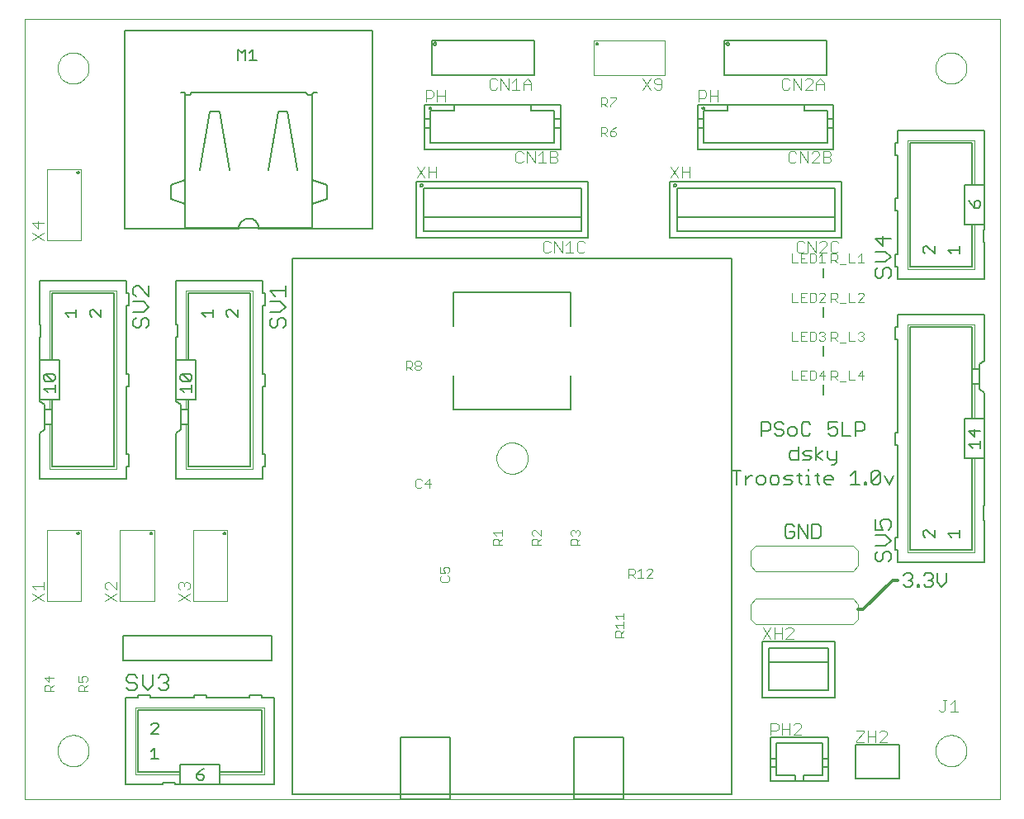
<source format=gto>
G75*
%MOIN*%
%OFA0B0*%
%FSLAX24Y24*%
%IPPOS*%
%LPD*%
%AMOC8*
5,1,8,0,0,1.08239X$1,22.5*
%
%ADD10C,0.0000*%
%ADD11C,0.0050*%
%ADD12C,0.0039*%
%ADD13C,0.0118*%
%ADD14C,0.0020*%
%ADD15C,0.0070*%
%ADD16C,0.0040*%
%ADD17C,0.0060*%
%ADD18C,0.0080*%
%ADD19C,0.0030*%
%ADD20C,0.0063*%
D10*
X000179Y000847D02*
X000179Y032343D01*
X039549Y032343D01*
X039549Y000847D01*
X000179Y000847D01*
X001517Y002816D02*
X001519Y002866D01*
X001525Y002916D01*
X001535Y002965D01*
X001549Y003013D01*
X001566Y003060D01*
X001587Y003105D01*
X001612Y003149D01*
X001640Y003190D01*
X001672Y003229D01*
X001706Y003266D01*
X001743Y003300D01*
X001783Y003330D01*
X001825Y003357D01*
X001869Y003381D01*
X001915Y003402D01*
X001962Y003418D01*
X002010Y003431D01*
X002060Y003440D01*
X002109Y003445D01*
X002160Y003446D01*
X002210Y003443D01*
X002259Y003436D01*
X002308Y003425D01*
X002356Y003410D01*
X002402Y003392D01*
X002447Y003370D01*
X002490Y003344D01*
X002531Y003315D01*
X002570Y003283D01*
X002606Y003248D01*
X002638Y003210D01*
X002668Y003170D01*
X002695Y003127D01*
X002718Y003083D01*
X002737Y003037D01*
X002753Y002989D01*
X002765Y002940D01*
X002773Y002891D01*
X002777Y002841D01*
X002777Y002791D01*
X002773Y002741D01*
X002765Y002692D01*
X002753Y002643D01*
X002737Y002595D01*
X002718Y002549D01*
X002695Y002505D01*
X002668Y002462D01*
X002638Y002422D01*
X002606Y002384D01*
X002570Y002349D01*
X002531Y002317D01*
X002490Y002288D01*
X002447Y002262D01*
X002402Y002240D01*
X002356Y002222D01*
X002308Y002207D01*
X002259Y002196D01*
X002210Y002189D01*
X002160Y002186D01*
X002109Y002187D01*
X002060Y002192D01*
X002010Y002201D01*
X001962Y002214D01*
X001915Y002230D01*
X001869Y002251D01*
X001825Y002275D01*
X001783Y002302D01*
X001743Y002332D01*
X001706Y002366D01*
X001672Y002403D01*
X001640Y002442D01*
X001612Y002483D01*
X001587Y002527D01*
X001566Y002572D01*
X001549Y002619D01*
X001535Y002667D01*
X001525Y002716D01*
X001519Y002766D01*
X001517Y002816D01*
X019234Y014627D02*
X019236Y014677D01*
X019242Y014727D01*
X019252Y014776D01*
X019266Y014824D01*
X019283Y014871D01*
X019304Y014916D01*
X019329Y014960D01*
X019357Y015001D01*
X019389Y015040D01*
X019423Y015077D01*
X019460Y015111D01*
X019500Y015141D01*
X019542Y015168D01*
X019586Y015192D01*
X019632Y015213D01*
X019679Y015229D01*
X019727Y015242D01*
X019777Y015251D01*
X019826Y015256D01*
X019877Y015257D01*
X019927Y015254D01*
X019976Y015247D01*
X020025Y015236D01*
X020073Y015221D01*
X020119Y015203D01*
X020164Y015181D01*
X020207Y015155D01*
X020248Y015126D01*
X020287Y015094D01*
X020323Y015059D01*
X020355Y015021D01*
X020385Y014981D01*
X020412Y014938D01*
X020435Y014894D01*
X020454Y014848D01*
X020470Y014800D01*
X020482Y014751D01*
X020490Y014702D01*
X020494Y014652D01*
X020494Y014602D01*
X020490Y014552D01*
X020482Y014503D01*
X020470Y014454D01*
X020454Y014406D01*
X020435Y014360D01*
X020412Y014316D01*
X020385Y014273D01*
X020355Y014233D01*
X020323Y014195D01*
X020287Y014160D01*
X020248Y014128D01*
X020207Y014099D01*
X020164Y014073D01*
X020119Y014051D01*
X020073Y014033D01*
X020025Y014018D01*
X019976Y014007D01*
X019927Y014000D01*
X019877Y013997D01*
X019826Y013998D01*
X019777Y014003D01*
X019727Y014012D01*
X019679Y014025D01*
X019632Y014041D01*
X019586Y014062D01*
X019542Y014086D01*
X019500Y014113D01*
X019460Y014143D01*
X019423Y014177D01*
X019389Y014214D01*
X019357Y014253D01*
X019329Y014294D01*
X019304Y014338D01*
X019283Y014383D01*
X019266Y014430D01*
X019252Y014478D01*
X019242Y014527D01*
X019236Y014577D01*
X019234Y014627D01*
X036950Y002816D02*
X036952Y002866D01*
X036958Y002916D01*
X036968Y002965D01*
X036982Y003013D01*
X036999Y003060D01*
X037020Y003105D01*
X037045Y003149D01*
X037073Y003190D01*
X037105Y003229D01*
X037139Y003266D01*
X037176Y003300D01*
X037216Y003330D01*
X037258Y003357D01*
X037302Y003381D01*
X037348Y003402D01*
X037395Y003418D01*
X037443Y003431D01*
X037493Y003440D01*
X037542Y003445D01*
X037593Y003446D01*
X037643Y003443D01*
X037692Y003436D01*
X037741Y003425D01*
X037789Y003410D01*
X037835Y003392D01*
X037880Y003370D01*
X037923Y003344D01*
X037964Y003315D01*
X038003Y003283D01*
X038039Y003248D01*
X038071Y003210D01*
X038101Y003170D01*
X038128Y003127D01*
X038151Y003083D01*
X038170Y003037D01*
X038186Y002989D01*
X038198Y002940D01*
X038206Y002891D01*
X038210Y002841D01*
X038210Y002791D01*
X038206Y002741D01*
X038198Y002692D01*
X038186Y002643D01*
X038170Y002595D01*
X038151Y002549D01*
X038128Y002505D01*
X038101Y002462D01*
X038071Y002422D01*
X038039Y002384D01*
X038003Y002349D01*
X037964Y002317D01*
X037923Y002288D01*
X037880Y002262D01*
X037835Y002240D01*
X037789Y002222D01*
X037741Y002207D01*
X037692Y002196D01*
X037643Y002189D01*
X037593Y002186D01*
X037542Y002187D01*
X037493Y002192D01*
X037443Y002201D01*
X037395Y002214D01*
X037348Y002230D01*
X037302Y002251D01*
X037258Y002275D01*
X037216Y002302D01*
X037176Y002332D01*
X037139Y002366D01*
X037105Y002403D01*
X037073Y002442D01*
X037045Y002483D01*
X037020Y002527D01*
X036999Y002572D01*
X036982Y002619D01*
X036968Y002667D01*
X036958Y002716D01*
X036952Y002766D01*
X036950Y002816D01*
X036950Y030375D02*
X036952Y030425D01*
X036958Y030475D01*
X036968Y030524D01*
X036982Y030572D01*
X036999Y030619D01*
X037020Y030664D01*
X037045Y030708D01*
X037073Y030749D01*
X037105Y030788D01*
X037139Y030825D01*
X037176Y030859D01*
X037216Y030889D01*
X037258Y030916D01*
X037302Y030940D01*
X037348Y030961D01*
X037395Y030977D01*
X037443Y030990D01*
X037493Y030999D01*
X037542Y031004D01*
X037593Y031005D01*
X037643Y031002D01*
X037692Y030995D01*
X037741Y030984D01*
X037789Y030969D01*
X037835Y030951D01*
X037880Y030929D01*
X037923Y030903D01*
X037964Y030874D01*
X038003Y030842D01*
X038039Y030807D01*
X038071Y030769D01*
X038101Y030729D01*
X038128Y030686D01*
X038151Y030642D01*
X038170Y030596D01*
X038186Y030548D01*
X038198Y030499D01*
X038206Y030450D01*
X038210Y030400D01*
X038210Y030350D01*
X038206Y030300D01*
X038198Y030251D01*
X038186Y030202D01*
X038170Y030154D01*
X038151Y030108D01*
X038128Y030064D01*
X038101Y030021D01*
X038071Y029981D01*
X038039Y029943D01*
X038003Y029908D01*
X037964Y029876D01*
X037923Y029847D01*
X037880Y029821D01*
X037835Y029799D01*
X037789Y029781D01*
X037741Y029766D01*
X037692Y029755D01*
X037643Y029748D01*
X037593Y029745D01*
X037542Y029746D01*
X037493Y029751D01*
X037443Y029760D01*
X037395Y029773D01*
X037348Y029789D01*
X037302Y029810D01*
X037258Y029834D01*
X037216Y029861D01*
X037176Y029891D01*
X037139Y029925D01*
X037105Y029962D01*
X037073Y030001D01*
X037045Y030042D01*
X037020Y030086D01*
X036999Y030131D01*
X036982Y030178D01*
X036968Y030226D01*
X036958Y030275D01*
X036952Y030325D01*
X036950Y030375D01*
X001517Y030375D02*
X001519Y030425D01*
X001525Y030475D01*
X001535Y030524D01*
X001549Y030572D01*
X001566Y030619D01*
X001587Y030664D01*
X001612Y030708D01*
X001640Y030749D01*
X001672Y030788D01*
X001706Y030825D01*
X001743Y030859D01*
X001783Y030889D01*
X001825Y030916D01*
X001869Y030940D01*
X001915Y030961D01*
X001962Y030977D01*
X002010Y030990D01*
X002060Y030999D01*
X002109Y031004D01*
X002160Y031005D01*
X002210Y031002D01*
X002259Y030995D01*
X002308Y030984D01*
X002356Y030969D01*
X002402Y030951D01*
X002447Y030929D01*
X002490Y030903D01*
X002531Y030874D01*
X002570Y030842D01*
X002606Y030807D01*
X002638Y030769D01*
X002668Y030729D01*
X002695Y030686D01*
X002718Y030642D01*
X002737Y030596D01*
X002753Y030548D01*
X002765Y030499D01*
X002773Y030450D01*
X002777Y030400D01*
X002777Y030350D01*
X002773Y030300D01*
X002765Y030251D01*
X002753Y030202D01*
X002737Y030154D01*
X002718Y030108D01*
X002695Y030064D01*
X002668Y030021D01*
X002638Y029981D01*
X002606Y029943D01*
X002570Y029908D01*
X002531Y029876D01*
X002490Y029847D01*
X002447Y029821D01*
X002402Y029799D01*
X002356Y029781D01*
X002308Y029766D01*
X002259Y029755D01*
X002210Y029748D01*
X002160Y029745D01*
X002109Y029746D01*
X002060Y029751D01*
X002010Y029760D01*
X001962Y029773D01*
X001915Y029789D01*
X001869Y029810D01*
X001825Y029834D01*
X001783Y029861D01*
X001743Y029891D01*
X001706Y029925D01*
X001672Y029962D01*
X001640Y030001D01*
X001612Y030042D01*
X001587Y030086D01*
X001566Y030131D01*
X001549Y030178D01*
X001535Y030226D01*
X001525Y030275D01*
X001519Y030325D01*
X001517Y030375D01*
D11*
X002305Y026162D02*
X002307Y026174D01*
X002312Y026185D01*
X002321Y026194D01*
X002332Y026199D01*
X002344Y026201D01*
X002356Y026199D01*
X002367Y026194D01*
X002376Y026185D01*
X002381Y026174D01*
X002383Y026162D01*
X002381Y026150D01*
X002376Y026139D01*
X002367Y026130D01*
X002356Y026125D01*
X002344Y026123D01*
X002332Y026125D01*
X002321Y026130D01*
X002312Y026139D01*
X002307Y026150D01*
X002305Y026162D01*
X000791Y021776D02*
X000791Y020026D01*
X000841Y020026D01*
X000841Y019526D01*
X000791Y019526D01*
X000791Y018576D01*
X001191Y018576D01*
X001291Y018576D01*
X001291Y021276D01*
X003791Y021276D01*
X003791Y014276D01*
X001291Y014276D01*
X001291Y015976D01*
X001291Y016576D01*
X001291Y016976D01*
X001191Y016976D01*
X000791Y016976D01*
X000791Y018576D01*
X001291Y018576D02*
X001591Y018576D01*
X001591Y016976D01*
X001291Y016976D01*
X001416Y017281D02*
X001416Y017581D01*
X001416Y017431D02*
X000966Y017431D01*
X001116Y017281D01*
X000791Y016976D02*
X000791Y016926D01*
X000991Y016776D01*
X000991Y016576D01*
X000991Y015976D01*
X001191Y015976D01*
X001291Y015976D01*
X000991Y015976D02*
X000991Y015776D01*
X000791Y015626D01*
X000791Y013776D01*
X004291Y013776D01*
X004291Y014276D01*
X004391Y014276D01*
X004391Y014776D01*
X004291Y014776D01*
X004291Y017526D01*
X004391Y017526D01*
X004391Y018026D01*
X004291Y018026D01*
X004291Y020776D01*
X004391Y020776D01*
X004391Y021276D01*
X004291Y021276D01*
X004291Y021776D01*
X000791Y021776D01*
X001816Y020491D02*
X002266Y020491D01*
X002266Y020341D02*
X002266Y020641D01*
X001966Y020341D02*
X001816Y020491D01*
X002816Y020416D02*
X002891Y020341D01*
X002816Y020416D02*
X002816Y020566D01*
X002891Y020641D01*
X002966Y020641D01*
X003266Y020341D01*
X003266Y020641D01*
X006303Y020026D02*
X006303Y021776D01*
X009803Y021776D01*
X009803Y021276D01*
X009903Y021276D01*
X009903Y020776D01*
X009803Y020776D01*
X009803Y018026D01*
X009903Y018026D01*
X009903Y017526D01*
X009803Y017526D01*
X009803Y014776D01*
X009903Y014776D01*
X009903Y014276D01*
X009803Y014276D01*
X009803Y013776D01*
X006303Y013776D01*
X006303Y015626D01*
X006503Y015776D01*
X006503Y015976D01*
X006503Y016576D01*
X006503Y016776D01*
X006303Y016926D01*
X006303Y016976D01*
X006703Y016976D01*
X006803Y016976D01*
X006803Y016576D01*
X006803Y015976D01*
X006703Y015976D01*
X006503Y015976D01*
X006803Y015976D02*
X006803Y014276D01*
X009303Y014276D01*
X009303Y021276D01*
X006803Y021276D01*
X006803Y018576D01*
X006703Y018576D01*
X006303Y018576D01*
X006303Y019526D01*
X006353Y019526D01*
X006353Y020026D01*
X006303Y020026D01*
X007327Y020491D02*
X007478Y020341D01*
X007327Y020491D02*
X007778Y020491D01*
X007778Y020341D02*
X007778Y020641D01*
X008327Y020566D02*
X008327Y020416D01*
X008402Y020341D01*
X008327Y020566D02*
X008402Y020641D01*
X008478Y020641D01*
X008778Y020341D01*
X008778Y020641D01*
X007103Y018576D02*
X006803Y018576D01*
X007103Y018576D02*
X007103Y016976D01*
X006803Y016976D01*
X006928Y017281D02*
X006928Y017581D01*
X006928Y017431D02*
X006477Y017431D01*
X006628Y017281D01*
X006303Y016976D02*
X006303Y018576D01*
X006552Y018041D02*
X006853Y017741D01*
X006928Y017816D01*
X006928Y017966D01*
X006853Y018041D01*
X006552Y018041D01*
X006477Y017966D01*
X006477Y017816D01*
X006552Y017741D01*
X006853Y017741D01*
X006803Y016576D02*
X006703Y016576D01*
X006503Y016576D01*
X001291Y016576D02*
X001191Y016576D01*
X000991Y016576D01*
X001041Y017741D02*
X000966Y017816D01*
X000966Y017966D01*
X001041Y018041D01*
X001341Y017741D01*
X001416Y017816D01*
X001416Y017966D01*
X001341Y018041D01*
X001041Y018041D01*
X001041Y017741D02*
X001341Y017741D01*
X002305Y011595D02*
X002307Y011607D01*
X002312Y011618D01*
X002321Y011627D01*
X002332Y011632D01*
X002344Y011634D01*
X002356Y011632D01*
X002367Y011627D01*
X002376Y011618D01*
X002381Y011607D01*
X002383Y011595D01*
X002381Y011583D01*
X002376Y011572D01*
X002367Y011563D01*
X002356Y011558D01*
X002344Y011556D01*
X002332Y011558D01*
X002321Y011563D01*
X002312Y011572D01*
X002307Y011583D01*
X002305Y011595D01*
X005258Y011595D02*
X005260Y011607D01*
X005265Y011618D01*
X005274Y011627D01*
X005285Y011632D01*
X005297Y011634D01*
X005309Y011632D01*
X005320Y011627D01*
X005329Y011618D01*
X005334Y011607D01*
X005336Y011595D01*
X005334Y011583D01*
X005329Y011572D01*
X005320Y011563D01*
X005309Y011558D01*
X005297Y011556D01*
X005285Y011558D01*
X005274Y011563D01*
X005265Y011572D01*
X005260Y011583D01*
X005258Y011595D01*
X008211Y011595D02*
X008213Y011607D01*
X008218Y011618D01*
X008227Y011627D01*
X008238Y011632D01*
X008250Y011634D01*
X008262Y011632D01*
X008273Y011627D01*
X008282Y011618D01*
X008287Y011607D01*
X008289Y011595D01*
X008287Y011583D01*
X008282Y011572D01*
X008273Y011563D01*
X008262Y011558D01*
X008250Y011556D01*
X008238Y011558D01*
X008227Y011563D01*
X008218Y011572D01*
X008213Y011583D01*
X008211Y011595D01*
X010175Y007450D02*
X004175Y007450D01*
X004175Y006450D01*
X010175Y006450D01*
X010175Y007450D01*
X009765Y005059D02*
X009265Y005059D01*
X009265Y004959D01*
X007515Y004959D01*
X007515Y005059D01*
X007015Y005059D01*
X007015Y004959D01*
X005265Y004959D01*
X005265Y005059D01*
X004765Y005059D01*
X004765Y004959D01*
X004265Y004959D01*
X004265Y001459D01*
X005765Y001459D01*
X005765Y001509D01*
X006265Y001509D01*
X006265Y001459D01*
X006465Y001459D01*
X006465Y001859D01*
X006465Y001959D01*
X004765Y001959D01*
X004765Y004459D01*
X009765Y004459D01*
X009765Y001959D01*
X008065Y001959D01*
X008065Y001859D01*
X008065Y001459D01*
X006465Y001459D01*
X007140Y001710D02*
X007215Y001634D01*
X007366Y001634D01*
X007441Y001710D01*
X007441Y001785D01*
X007366Y001860D01*
X007140Y001860D01*
X007140Y001710D01*
X007140Y001860D02*
X007290Y002010D01*
X007441Y002085D01*
X008065Y001959D02*
X008065Y002259D01*
X006465Y002259D01*
X006465Y001959D01*
X005591Y002484D02*
X005290Y002484D01*
X005440Y002484D02*
X005440Y002935D01*
X005290Y002785D01*
X005290Y003484D02*
X005591Y003785D01*
X005591Y003860D01*
X005516Y003935D01*
X005365Y003935D01*
X005290Y003860D01*
X005290Y003484D02*
X005591Y003484D01*
X008065Y001459D02*
X010265Y001459D01*
X010265Y004959D01*
X009765Y004959D01*
X009765Y005059D01*
X011006Y001044D02*
X011006Y022698D01*
X028722Y022698D01*
X028722Y001044D01*
X011006Y001044D01*
X015364Y000871D02*
X015364Y003371D01*
X017364Y003371D01*
X017364Y000871D01*
X015364Y000871D01*
X022364Y000871D02*
X022364Y003371D01*
X024364Y003371D01*
X024364Y000871D01*
X022364Y000871D01*
X029964Y004972D02*
X029964Y007236D01*
X032893Y007236D01*
X032893Y004972D01*
X029964Y004972D01*
X030240Y005248D02*
X030240Y006397D01*
X032618Y006397D01*
X032618Y005248D01*
X030240Y005248D01*
X030240Y006397D02*
X030240Y006960D01*
X032618Y006960D01*
X032618Y006397D01*
X032630Y003368D02*
X030307Y003368D01*
X030307Y002502D01*
X030543Y002502D01*
X030543Y002147D01*
X030307Y002147D01*
X030307Y001596D01*
X031311Y001596D01*
X031311Y001832D01*
X030543Y001832D01*
X030543Y002147D01*
X030307Y002147D02*
X030307Y002502D01*
X030543Y002502D02*
X030543Y003131D01*
X032394Y003131D01*
X032394Y002502D01*
X032630Y002502D01*
X032630Y002147D01*
X032394Y002147D01*
X032394Y001832D01*
X031626Y001832D01*
X031626Y001596D01*
X032630Y001596D01*
X032630Y002147D01*
X032394Y002147D02*
X032394Y002502D01*
X032630Y002502D02*
X032630Y003368D01*
X033738Y003063D02*
X035510Y003063D01*
X035510Y001685D01*
X033738Y001685D01*
X033738Y003063D01*
X031626Y001596D02*
X031311Y001596D01*
X035760Y009435D02*
X035669Y009525D01*
X035760Y009435D02*
X035940Y009435D01*
X036030Y009525D01*
X036030Y009616D01*
X035940Y009706D01*
X035850Y009706D01*
X035940Y009706D02*
X036030Y009796D01*
X036030Y009886D01*
X035940Y009976D01*
X035760Y009976D01*
X035669Y009886D01*
X036213Y009525D02*
X036303Y009525D01*
X036303Y009435D01*
X036213Y009435D01*
X036213Y009525D01*
X036485Y009525D02*
X036575Y009435D01*
X036756Y009435D01*
X036846Y009525D01*
X036846Y009616D01*
X036756Y009706D01*
X036665Y009706D01*
X036756Y009706D02*
X036846Y009796D01*
X036846Y009886D01*
X036756Y009976D01*
X036575Y009976D01*
X036485Y009886D01*
X037029Y009976D02*
X037029Y009616D01*
X037209Y009435D01*
X037390Y009616D01*
X037390Y009976D01*
X038437Y010914D02*
X035937Y010914D01*
X035937Y019914D01*
X038437Y019914D01*
X038437Y018214D01*
X038437Y017614D01*
X038437Y016214D01*
X038537Y016214D01*
X038937Y016214D01*
X038937Y014614D01*
X038937Y012714D01*
X038887Y012714D01*
X038887Y012114D01*
X038937Y012114D01*
X038937Y010414D01*
X035437Y010414D01*
X035437Y010914D01*
X035337Y010914D01*
X035337Y011414D01*
X035437Y011414D01*
X035437Y015164D01*
X035337Y015164D01*
X035337Y015664D01*
X035437Y015664D01*
X035437Y019414D01*
X035337Y019414D01*
X035337Y019914D01*
X035437Y019914D01*
X035437Y020414D01*
X038937Y020414D01*
X038937Y018564D01*
X038737Y018414D01*
X038737Y018214D01*
X038737Y017614D01*
X038737Y017414D01*
X038937Y017264D01*
X038937Y016214D01*
X038437Y016214D02*
X038137Y016214D01*
X038137Y014614D01*
X038437Y014614D01*
X038537Y014614D01*
X038937Y014614D01*
X038437Y014614D02*
X038437Y010914D01*
X037912Y011439D02*
X037912Y011739D01*
X037912Y011589D02*
X037461Y011589D01*
X037611Y011439D01*
X036912Y011439D02*
X036611Y011739D01*
X036536Y011739D01*
X036461Y011664D01*
X036461Y011514D01*
X036536Y011439D01*
X036912Y011439D02*
X036912Y011739D01*
X035083Y013569D02*
X035264Y013930D01*
X034903Y013930D02*
X035083Y013569D01*
X034720Y013659D02*
X034630Y013569D01*
X034449Y013569D01*
X034359Y013659D01*
X034720Y014020D01*
X034720Y013659D01*
X034359Y013659D02*
X034359Y014020D01*
X034449Y014110D01*
X034630Y014110D01*
X034720Y014020D01*
X034177Y013659D02*
X034177Y013569D01*
X034087Y013569D01*
X034087Y013659D01*
X034177Y013659D01*
X033904Y013569D02*
X033544Y013569D01*
X033724Y013569D02*
X033724Y014110D01*
X033544Y013930D01*
X032817Y013840D02*
X032817Y013749D01*
X032456Y013749D01*
X032456Y013659D02*
X032456Y013840D01*
X032546Y013930D01*
X032727Y013930D01*
X032817Y013840D01*
X032727Y013569D02*
X032546Y013569D01*
X032456Y013659D01*
X032274Y013569D02*
X032184Y013659D01*
X032184Y014020D01*
X032093Y013930D02*
X032274Y013930D01*
X031821Y013930D02*
X031821Y013569D01*
X031731Y013569D02*
X031911Y013569D01*
X031549Y013569D02*
X031459Y013659D01*
X031459Y014020D01*
X031368Y013930D02*
X031549Y013930D01*
X031731Y013930D02*
X031821Y013930D01*
X031821Y014110D02*
X031821Y014200D01*
X031866Y014553D02*
X031595Y014553D01*
X031412Y014553D02*
X031141Y014553D01*
X031051Y014644D01*
X031051Y014824D01*
X031141Y014914D01*
X031412Y014914D01*
X031412Y015094D02*
X031412Y014553D01*
X031595Y014824D02*
X031685Y014914D01*
X031956Y014914D01*
X031866Y014734D02*
X031685Y014734D01*
X031595Y014824D01*
X031866Y014734D02*
X031956Y014644D01*
X031866Y014553D01*
X032139Y014553D02*
X032139Y015094D01*
X032409Y014914D02*
X032139Y014734D01*
X032409Y014553D01*
X032592Y014644D02*
X032682Y014553D01*
X032953Y014553D01*
X032953Y014463D02*
X032862Y014373D01*
X032772Y014373D01*
X032953Y014463D02*
X032953Y014914D01*
X032592Y014914D02*
X032592Y014644D01*
X032727Y015538D02*
X032637Y015628D01*
X032727Y015538D02*
X032908Y015538D01*
X032998Y015628D01*
X032998Y015808D01*
X032908Y015898D01*
X032818Y015898D01*
X032637Y015808D01*
X032637Y016079D01*
X032998Y016079D01*
X033181Y016079D02*
X033181Y015538D01*
X033542Y015538D01*
X033725Y015538D02*
X033725Y016079D01*
X033995Y016079D01*
X034085Y015988D01*
X034085Y015808D01*
X033995Y015718D01*
X033725Y015718D01*
X031910Y015628D02*
X031820Y015538D01*
X031640Y015538D01*
X031550Y015628D01*
X031550Y015988D01*
X031640Y016079D01*
X031820Y016079D01*
X031910Y015988D01*
X031367Y015808D02*
X031276Y015898D01*
X031096Y015898D01*
X031006Y015808D01*
X031006Y015628D01*
X031096Y015538D01*
X031276Y015538D01*
X031367Y015628D01*
X031367Y015808D01*
X030823Y015718D02*
X030823Y015628D01*
X030733Y015538D01*
X030552Y015538D01*
X030462Y015628D01*
X030552Y015808D02*
X030733Y015808D01*
X030823Y015718D01*
X030823Y015988D02*
X030733Y016079D01*
X030552Y016079D01*
X030462Y015988D01*
X030462Y015898D01*
X030552Y015808D01*
X030279Y015808D02*
X030189Y015718D01*
X029918Y015718D01*
X029918Y015538D02*
X029918Y016079D01*
X030189Y016079D01*
X030279Y015988D01*
X030279Y015808D01*
X029101Y014110D02*
X028740Y014110D01*
X028921Y014110D02*
X028921Y013569D01*
X029284Y013569D02*
X029284Y013930D01*
X029464Y013930D02*
X029284Y013749D01*
X029464Y013930D02*
X029555Y013930D01*
X029737Y013840D02*
X029737Y013659D01*
X029827Y013569D01*
X030008Y013569D01*
X030098Y013659D01*
X030098Y013840D01*
X030008Y013930D01*
X029827Y013930D01*
X029737Y013840D01*
X030281Y013840D02*
X030281Y013659D01*
X030371Y013569D01*
X030551Y013569D01*
X030642Y013659D01*
X030642Y013840D01*
X030551Y013930D01*
X030371Y013930D01*
X030281Y013840D01*
X030825Y013840D02*
X030915Y013930D01*
X031185Y013930D01*
X031095Y013749D02*
X030915Y013749D01*
X030825Y013840D01*
X030825Y013569D02*
X031095Y013569D01*
X031185Y013659D01*
X031095Y013749D01*
X031155Y011945D02*
X030974Y011945D01*
X030884Y011855D01*
X030884Y011494D01*
X030974Y011404D01*
X031155Y011404D01*
X031245Y011494D01*
X031245Y011674D01*
X031064Y011674D01*
X031245Y011855D02*
X031155Y011945D01*
X031428Y011945D02*
X031789Y011404D01*
X031789Y011945D01*
X031972Y011945D02*
X031972Y011404D01*
X032242Y011404D01*
X032332Y011494D01*
X032332Y011855D01*
X032242Y011945D01*
X031972Y011945D01*
X031428Y011945D02*
X031428Y011404D01*
X038311Y015189D02*
X038762Y015189D01*
X038762Y015039D02*
X038762Y015339D01*
X038536Y015500D02*
X038536Y015800D01*
X038311Y015725D02*
X038536Y015500D01*
X038762Y015725D02*
X038311Y015725D01*
X038311Y015189D02*
X038461Y015039D01*
X038437Y017614D02*
X038537Y017614D01*
X038737Y017614D01*
X038737Y018214D02*
X038537Y018214D01*
X038437Y018214D01*
X038937Y021863D02*
X035437Y021863D01*
X035437Y022363D01*
X035337Y022363D01*
X035337Y022863D01*
X035437Y022863D01*
X035437Y024613D01*
X035337Y024613D01*
X035337Y025113D01*
X035437Y025113D01*
X035437Y026863D01*
X035337Y026863D01*
X035337Y027363D01*
X035437Y027363D01*
X035437Y027863D01*
X038937Y027863D01*
X038937Y025663D01*
X038537Y025663D01*
X038437Y025663D01*
X038437Y027363D01*
X035937Y027363D01*
X035937Y022363D01*
X038437Y022363D01*
X038437Y024063D01*
X038537Y024063D01*
X038937Y024063D01*
X038937Y023863D01*
X038887Y023863D01*
X038887Y023363D01*
X038937Y023363D01*
X038937Y021863D01*
X037912Y022888D02*
X037912Y023188D01*
X037912Y023038D02*
X037461Y023038D01*
X037611Y022888D01*
X036912Y022888D02*
X036611Y023188D01*
X036536Y023188D01*
X036461Y023113D01*
X036461Y022963D01*
X036536Y022888D01*
X036912Y022888D02*
X036912Y023188D01*
X038137Y024063D02*
X038437Y024063D01*
X038137Y024063D02*
X038137Y025663D01*
X038437Y025663D01*
X038937Y025663D02*
X038937Y024063D01*
X038687Y024738D02*
X038536Y024738D01*
X038536Y024963D01*
X038611Y025038D01*
X038687Y025038D01*
X038762Y024963D01*
X038762Y024813D01*
X038687Y024738D01*
X038536Y024738D02*
X038386Y024888D01*
X038311Y025038D01*
X033171Y025788D02*
X033171Y023524D01*
X026242Y023524D01*
X026242Y025788D01*
X033171Y025788D01*
X032895Y025513D02*
X032895Y024363D01*
X026517Y024363D01*
X026517Y025513D01*
X032895Y025513D01*
X032895Y024363D02*
X032895Y023800D01*
X026517Y023800D01*
X026517Y024363D01*
X026383Y025650D02*
X026385Y025664D01*
X026391Y025678D01*
X026399Y025690D01*
X026411Y025698D01*
X026425Y025704D01*
X026439Y025706D01*
X026453Y025704D01*
X026467Y025698D01*
X026479Y025690D01*
X026487Y025678D01*
X026493Y025664D01*
X026495Y025650D01*
X026493Y025636D01*
X026487Y025622D01*
X026479Y025610D01*
X026467Y025602D01*
X026453Y025596D01*
X026439Y025594D01*
X026425Y025596D01*
X026411Y025602D01*
X026399Y025610D01*
X026391Y025622D01*
X026385Y025636D01*
X026383Y025650D01*
X027364Y027107D02*
X027364Y027973D01*
X027600Y027973D01*
X027600Y028328D01*
X027364Y028328D01*
X027364Y028879D01*
X028545Y028879D01*
X028545Y028643D01*
X027600Y028643D01*
X027600Y028328D01*
X027364Y028328D02*
X027364Y027973D01*
X027600Y027973D02*
X027600Y027343D01*
X032600Y027343D01*
X032600Y027973D01*
X032836Y027973D01*
X032836Y028328D01*
X032600Y028328D01*
X032600Y028643D01*
X031655Y028643D01*
X031655Y028879D01*
X028545Y028879D01*
X027541Y028761D02*
X027543Y028773D01*
X027548Y028784D01*
X027557Y028793D01*
X027568Y028798D01*
X027580Y028800D01*
X027592Y028798D01*
X027603Y028793D01*
X027612Y028784D01*
X027617Y028773D01*
X027619Y028761D01*
X027617Y028749D01*
X027612Y028738D01*
X027603Y028729D01*
X027592Y028724D01*
X027580Y028722D01*
X027568Y028724D01*
X027557Y028729D01*
X027548Y028738D01*
X027543Y028749D01*
X027541Y028761D01*
X028427Y030099D02*
X028427Y031477D01*
X032561Y031477D01*
X032561Y030099D01*
X028427Y030099D01*
X028509Y031359D02*
X028511Y031373D01*
X028517Y031387D01*
X028525Y031399D01*
X028537Y031407D01*
X028551Y031413D01*
X028565Y031415D01*
X028579Y031413D01*
X028593Y031407D01*
X028605Y031399D01*
X028613Y031387D01*
X028619Y031373D01*
X028621Y031359D01*
X028619Y031345D01*
X028613Y031331D01*
X028605Y031319D01*
X028593Y031311D01*
X028579Y031305D01*
X028565Y031303D01*
X028551Y031305D01*
X028537Y031311D01*
X028525Y031319D01*
X028517Y031331D01*
X028511Y031345D01*
X028509Y031359D01*
X031655Y028879D02*
X032836Y028879D01*
X032836Y028328D01*
X032600Y028328D02*
X032600Y027973D01*
X032836Y027973D02*
X032836Y027107D01*
X027364Y027107D01*
X022935Y025788D02*
X022935Y023524D01*
X016006Y023524D01*
X016006Y025788D01*
X022935Y025788D01*
X022659Y025513D02*
X022659Y024363D01*
X016281Y024363D01*
X016281Y025513D01*
X022659Y025513D01*
X022659Y024363D02*
X022659Y023800D01*
X016281Y023800D01*
X016281Y024363D01*
X016146Y025650D02*
X016148Y025664D01*
X016154Y025678D01*
X016162Y025690D01*
X016174Y025698D01*
X016188Y025704D01*
X016202Y025706D01*
X016216Y025704D01*
X016230Y025698D01*
X016242Y025690D01*
X016250Y025678D01*
X016256Y025664D01*
X016258Y025650D01*
X016256Y025636D01*
X016250Y025622D01*
X016242Y025610D01*
X016230Y025602D01*
X016216Y025596D01*
X016202Y025594D01*
X016188Y025596D01*
X016174Y025602D01*
X016162Y025610D01*
X016154Y025622D01*
X016148Y025636D01*
X016146Y025650D01*
X016340Y027107D02*
X016340Y027973D01*
X016576Y027973D01*
X016576Y028328D01*
X016340Y028328D01*
X016340Y028879D01*
X017521Y028879D01*
X017521Y028643D01*
X016576Y028643D01*
X016576Y028328D01*
X016340Y028328D02*
X016340Y027973D01*
X016576Y027973D02*
X016576Y027343D01*
X021576Y027343D01*
X021576Y027973D01*
X021813Y027973D01*
X021813Y028328D01*
X021576Y028328D01*
X021576Y028643D01*
X020631Y028643D01*
X020631Y028879D01*
X017521Y028879D01*
X016518Y028761D02*
X016520Y028773D01*
X016525Y028784D01*
X016534Y028793D01*
X016545Y028798D01*
X016557Y028800D01*
X016569Y028798D01*
X016580Y028793D01*
X016589Y028784D01*
X016594Y028773D01*
X016596Y028761D01*
X016594Y028749D01*
X016589Y028738D01*
X016580Y028729D01*
X016569Y028724D01*
X016557Y028722D01*
X016545Y028724D01*
X016534Y028729D01*
X016525Y028738D01*
X016520Y028749D01*
X016518Y028761D01*
X016616Y030099D02*
X016616Y031477D01*
X020750Y031477D01*
X020750Y030099D01*
X016616Y030099D01*
X016698Y031359D02*
X016700Y031373D01*
X016706Y031387D01*
X016714Y031399D01*
X016726Y031407D01*
X016740Y031413D01*
X016754Y031415D01*
X016768Y031413D01*
X016782Y031407D01*
X016794Y031399D01*
X016802Y031387D01*
X016808Y031373D01*
X016810Y031359D01*
X016808Y031345D01*
X016802Y031331D01*
X016794Y031319D01*
X016782Y031311D01*
X016768Y031305D01*
X016754Y031303D01*
X016740Y031305D01*
X016726Y031311D01*
X016714Y031319D01*
X016706Y031331D01*
X016700Y031345D01*
X016698Y031359D01*
X020631Y028879D02*
X021813Y028879D01*
X021813Y028328D01*
X021576Y028328D02*
X021576Y027973D01*
X021813Y027973D02*
X021813Y027107D01*
X016340Y027107D01*
X009559Y030681D02*
X009259Y030681D01*
X009409Y030681D02*
X009409Y031132D01*
X009259Y030982D01*
X009099Y031132D02*
X009099Y030681D01*
X008798Y030681D02*
X008798Y031132D01*
X008949Y030982D01*
X009099Y031132D01*
X017502Y021320D02*
X022226Y021320D01*
X022226Y019942D01*
X022226Y017973D02*
X022226Y016595D01*
X017502Y016595D01*
X017502Y017973D01*
X017502Y019942D02*
X017502Y021320D01*
X023250Y031359D02*
X023252Y031371D01*
X023257Y031382D01*
X023266Y031391D01*
X023277Y031396D01*
X023289Y031398D01*
X023301Y031396D01*
X023312Y031391D01*
X023321Y031382D01*
X023326Y031371D01*
X023328Y031359D01*
X023326Y031347D01*
X023321Y031336D01*
X023312Y031327D01*
X023301Y031322D01*
X023289Y031320D01*
X023277Y031322D01*
X023266Y031327D01*
X023257Y031336D01*
X023252Y031347D01*
X023250Y031359D01*
D12*
X023151Y031477D02*
X026025Y031477D01*
X026025Y030099D01*
X023151Y030099D01*
X023151Y031477D01*
X002462Y026300D02*
X002462Y023426D01*
X001084Y023426D01*
X001084Y026300D01*
X002462Y026300D01*
X002462Y011733D02*
X001084Y011733D01*
X001084Y008859D01*
X002462Y008859D01*
X002462Y011733D01*
X004037Y011733D02*
X005415Y011733D01*
X005415Y008859D01*
X004037Y008859D01*
X004037Y011733D01*
X006990Y011733D02*
X008368Y011733D01*
X008368Y008859D01*
X006990Y008859D01*
X006990Y011733D01*
X029509Y010887D02*
X029509Y010296D01*
X029706Y010060D01*
X033643Y010060D01*
X033840Y010296D01*
X033840Y010887D01*
X033643Y011083D01*
X029706Y011083D01*
X029509Y010887D01*
X029706Y008957D02*
X033643Y008957D01*
X033840Y008721D01*
X033840Y008524D01*
X033840Y008131D01*
X033643Y007934D01*
X029706Y007934D01*
X029509Y008131D01*
X029509Y008721D01*
X029706Y008957D01*
D13*
X033840Y008524D02*
X034037Y008524D01*
X035218Y009706D01*
X035415Y009706D01*
D14*
X035837Y010814D02*
X038537Y010814D01*
X038537Y014614D01*
X038537Y016214D02*
X038537Y017614D01*
X038537Y018214D02*
X038537Y020014D01*
X035837Y020014D01*
X035837Y010814D01*
X035837Y022263D02*
X038537Y022263D01*
X038537Y024063D01*
X038537Y025663D02*
X038537Y027463D01*
X035837Y027463D01*
X035837Y022263D01*
X009865Y004559D02*
X009865Y001859D01*
X008065Y001859D01*
X006465Y001859D02*
X004665Y001859D01*
X004665Y004559D01*
X009865Y004559D01*
X009403Y014176D02*
X006703Y014176D01*
X006703Y015976D01*
X006703Y016576D02*
X006703Y016976D01*
X006703Y018576D02*
X006703Y021376D01*
X009403Y021376D01*
X009403Y014176D01*
X003891Y014176D02*
X003891Y021376D01*
X001191Y021376D01*
X001191Y018576D01*
X001191Y016976D02*
X001191Y016576D01*
X001191Y015976D02*
X001191Y014176D01*
X003891Y014176D01*
D15*
X004680Y019878D02*
X004786Y019878D01*
X004891Y019983D01*
X004891Y020193D01*
X004996Y020298D01*
X005101Y020298D01*
X005206Y020193D01*
X005206Y019983D01*
X005101Y019878D01*
X004680Y019878D02*
X004575Y019983D01*
X004575Y020193D01*
X004680Y020298D01*
X004575Y020522D02*
X004996Y020522D01*
X005206Y020732D01*
X004996Y020943D01*
X004575Y020943D01*
X004680Y021167D02*
X004575Y021272D01*
X004575Y021482D01*
X004680Y021587D01*
X004786Y021587D01*
X005206Y021167D01*
X005206Y021587D01*
X010087Y021377D02*
X010718Y021377D01*
X010718Y021167D02*
X010718Y021587D01*
X010297Y021167D02*
X010087Y021377D01*
X010087Y020943D02*
X010508Y020943D01*
X010718Y020732D01*
X010508Y020522D01*
X010087Y020522D01*
X010192Y020298D02*
X010087Y020193D01*
X010087Y019983D01*
X010192Y019878D01*
X010297Y019878D01*
X010402Y019983D01*
X010402Y020193D01*
X010508Y020298D01*
X010613Y020298D01*
X010718Y020193D01*
X010718Y019983D01*
X010613Y019878D01*
X005905Y005875D02*
X006010Y005770D01*
X006010Y005665D01*
X005905Y005560D01*
X006010Y005455D01*
X006010Y005350D01*
X005905Y005244D01*
X005695Y005244D01*
X005589Y005350D01*
X005365Y005455D02*
X005365Y005875D01*
X005589Y005770D02*
X005695Y005875D01*
X005905Y005875D01*
X005905Y005560D02*
X005800Y005560D01*
X005365Y005455D02*
X005155Y005244D01*
X004945Y005455D01*
X004945Y005875D01*
X004721Y005770D02*
X004616Y005875D01*
X004405Y005875D01*
X004300Y005770D01*
X004300Y005665D01*
X004405Y005560D01*
X004616Y005560D01*
X004721Y005455D01*
X004721Y005350D01*
X004616Y005244D01*
X004405Y005244D01*
X004300Y005350D01*
X034521Y010554D02*
X034626Y010449D01*
X034731Y010449D01*
X034836Y010554D01*
X034836Y010764D01*
X034941Y010870D01*
X035047Y010870D01*
X035152Y010764D01*
X035152Y010554D01*
X035047Y010449D01*
X034521Y010554D02*
X034521Y010764D01*
X034626Y010870D01*
X034521Y011094D02*
X034941Y011094D01*
X035152Y011304D01*
X034941Y011514D01*
X034521Y011514D01*
X034521Y011738D02*
X034836Y011738D01*
X034731Y011948D01*
X034731Y012054D01*
X034836Y012159D01*
X035047Y012159D01*
X035152Y012054D01*
X035152Y011843D01*
X035047Y011738D01*
X034521Y011738D02*
X034521Y012159D01*
X034626Y021898D02*
X034731Y021898D01*
X034836Y022003D01*
X034836Y022213D01*
X034941Y022318D01*
X035047Y022318D01*
X035152Y022213D01*
X035152Y022003D01*
X035047Y021898D01*
X034626Y021898D02*
X034521Y022003D01*
X034521Y022213D01*
X034626Y022318D01*
X034521Y022543D02*
X034941Y022543D01*
X035152Y022753D01*
X034941Y022963D01*
X034521Y022963D01*
X034836Y023187D02*
X034836Y023607D01*
X034521Y023502D02*
X034836Y023187D01*
X034521Y023502D02*
X035152Y023502D01*
D16*
X033037Y023310D02*
X032961Y023387D01*
X032807Y023387D01*
X032730Y023310D01*
X032730Y023003D01*
X032807Y022926D01*
X032961Y022926D01*
X033037Y023003D01*
X032577Y022926D02*
X032270Y022926D01*
X032577Y023233D01*
X032577Y023310D01*
X032500Y023387D01*
X032347Y023387D01*
X032270Y023310D01*
X032117Y023387D02*
X032117Y022926D01*
X031810Y023387D01*
X031810Y022926D01*
X031656Y023003D02*
X031579Y022926D01*
X031426Y022926D01*
X031349Y023003D01*
X031349Y023310D01*
X031426Y023387D01*
X031579Y023387D01*
X031656Y023310D01*
X031802Y026548D02*
X031802Y027009D01*
X031955Y026932D02*
X032032Y027009D01*
X032185Y027009D01*
X032262Y026932D01*
X032262Y026855D01*
X031955Y026548D01*
X032262Y026548D01*
X032416Y026548D02*
X032646Y026548D01*
X032722Y026625D01*
X032722Y026702D01*
X032646Y026779D01*
X032416Y026779D01*
X032416Y027009D02*
X032416Y026548D01*
X032646Y026779D02*
X032722Y026855D01*
X032722Y026932D01*
X032646Y027009D01*
X032416Y027009D01*
X031802Y026548D02*
X031495Y027009D01*
X031495Y026548D01*
X031341Y026625D02*
X031265Y026548D01*
X031111Y026548D01*
X031034Y026625D01*
X031034Y026932D01*
X031111Y027009D01*
X031265Y027009D01*
X031341Y026932D01*
X031219Y029501D02*
X031219Y029961D01*
X031526Y029501D01*
X031526Y029961D01*
X031680Y029885D02*
X031756Y029961D01*
X031910Y029961D01*
X031986Y029885D01*
X031986Y029808D01*
X031680Y029501D01*
X031986Y029501D01*
X032140Y029501D02*
X032140Y029808D01*
X032293Y029961D01*
X032447Y029808D01*
X032447Y029501D01*
X032447Y029731D02*
X032140Y029731D01*
X031066Y029578D02*
X030989Y029501D01*
X030835Y029501D01*
X030759Y029578D01*
X030759Y029885D01*
X030835Y029961D01*
X030989Y029961D01*
X031066Y029885D01*
X028171Y029477D02*
X028171Y029017D01*
X028171Y029247D02*
X027864Y029247D01*
X027710Y029247D02*
X027710Y029401D01*
X027634Y029477D01*
X027403Y029477D01*
X027403Y029017D01*
X027403Y029170D02*
X027634Y029170D01*
X027710Y029247D01*
X027864Y029017D02*
X027864Y029477D01*
X025911Y029578D02*
X025911Y029885D01*
X025835Y029961D01*
X025681Y029961D01*
X025604Y029885D01*
X025604Y029808D01*
X025681Y029731D01*
X025911Y029731D01*
X025911Y029578D02*
X025835Y029501D01*
X025681Y029501D01*
X025604Y029578D01*
X025451Y029501D02*
X025144Y029961D01*
X025451Y029961D02*
X025144Y029501D01*
X026262Y026406D02*
X026569Y025946D01*
X026722Y025946D02*
X026722Y026406D01*
X026569Y026406D02*
X026262Y025946D01*
X026722Y026176D02*
X027029Y026176D01*
X027029Y026406D02*
X027029Y025946D01*
X022801Y023310D02*
X022724Y023387D01*
X022571Y023387D01*
X022494Y023310D01*
X022494Y023003D01*
X022571Y022926D01*
X022724Y022926D01*
X022801Y023003D01*
X022341Y022926D02*
X022034Y022926D01*
X022187Y022926D02*
X022187Y023387D01*
X022034Y023233D01*
X021880Y023387D02*
X021880Y022926D01*
X021573Y023387D01*
X021573Y022926D01*
X021420Y023003D02*
X021343Y022926D01*
X021190Y022926D01*
X021113Y023003D01*
X021113Y023310D01*
X021190Y023387D01*
X021343Y023387D01*
X021420Y023310D01*
X021392Y026548D02*
X021622Y026548D01*
X021699Y026625D01*
X021699Y026702D01*
X021622Y026779D01*
X021392Y026779D01*
X021392Y027009D02*
X021392Y026548D01*
X021238Y026548D02*
X020931Y026548D01*
X020778Y026548D02*
X020778Y027009D01*
X020931Y026855D02*
X021085Y027009D01*
X021085Y026548D01*
X020778Y026548D02*
X020471Y027009D01*
X020471Y026548D01*
X020318Y026625D02*
X020241Y026548D01*
X020087Y026548D01*
X020011Y026625D01*
X020011Y026932D01*
X020087Y027009D01*
X020241Y027009D01*
X020318Y026932D01*
X021392Y027009D02*
X021622Y027009D01*
X021699Y026932D01*
X021699Y026855D01*
X021622Y026779D01*
X020636Y029501D02*
X020636Y029808D01*
X020482Y029961D01*
X020329Y029808D01*
X020329Y029501D01*
X020175Y029501D02*
X019869Y029501D01*
X020022Y029501D02*
X020022Y029961D01*
X019869Y029808D01*
X019715Y029961D02*
X019715Y029501D01*
X019408Y029961D01*
X019408Y029501D01*
X019255Y029578D02*
X019178Y029501D01*
X019024Y029501D01*
X018948Y029578D01*
X018948Y029885D01*
X019024Y029961D01*
X019178Y029961D01*
X019255Y029885D01*
X020329Y029731D02*
X020636Y029731D01*
X017147Y029477D02*
X017147Y029017D01*
X017147Y029247D02*
X016840Y029247D01*
X016687Y029247D02*
X016610Y029170D01*
X016380Y029170D01*
X016380Y029017D02*
X016380Y029477D01*
X016610Y029477D01*
X016687Y029401D01*
X016687Y029247D01*
X016840Y029017D02*
X016840Y029477D01*
X016793Y026406D02*
X016793Y025946D01*
X016793Y026176D02*
X016486Y026176D01*
X016486Y025946D02*
X016486Y026406D01*
X016332Y026406D02*
X016026Y025946D01*
X016332Y025946D02*
X016026Y026406D01*
X000946Y024117D02*
X000486Y024117D01*
X000716Y023887D01*
X000716Y024194D01*
X000946Y023733D02*
X000486Y023426D01*
X000486Y023733D02*
X000946Y023426D01*
X000946Y009627D02*
X000946Y009320D01*
X000946Y009473D02*
X000486Y009473D01*
X000639Y009320D01*
X000486Y009166D02*
X000946Y008859D01*
X000946Y009166D02*
X000486Y008859D01*
X003439Y008859D02*
X003899Y009166D01*
X003899Y009320D02*
X003592Y009627D01*
X003515Y009627D01*
X003439Y009550D01*
X003439Y009396D01*
X003515Y009320D01*
X003439Y009166D02*
X003899Y008859D01*
X003899Y009320D02*
X003899Y009627D01*
X006391Y009550D02*
X006391Y009396D01*
X006468Y009320D01*
X006391Y009166D02*
X006852Y008859D01*
X006852Y009166D02*
X006391Y008859D01*
X006775Y009320D02*
X006852Y009396D01*
X006852Y009550D01*
X006775Y009627D01*
X006698Y009627D01*
X006621Y009550D01*
X006621Y009473D01*
X006621Y009550D02*
X006545Y009627D01*
X006468Y009627D01*
X006391Y009550D01*
X029988Y007799D02*
X030295Y007339D01*
X030449Y007339D02*
X030449Y007799D01*
X030295Y007799D02*
X029988Y007339D01*
X030449Y007569D02*
X030755Y007569D01*
X030909Y007722D02*
X030986Y007799D01*
X031139Y007799D01*
X031216Y007722D01*
X031216Y007645D01*
X030909Y007339D01*
X031216Y007339D01*
X030755Y007339D02*
X030755Y007799D01*
X030768Y003927D02*
X030768Y003466D01*
X030768Y003697D02*
X031075Y003697D01*
X031228Y003850D02*
X031305Y003927D01*
X031458Y003927D01*
X031535Y003850D01*
X031535Y003773D01*
X031228Y003466D01*
X031535Y003466D01*
X031075Y003466D02*
X031075Y003927D01*
X030614Y003850D02*
X030614Y003697D01*
X030538Y003620D01*
X030307Y003620D01*
X030307Y003466D02*
X030307Y003927D01*
X030538Y003927D01*
X030614Y003850D01*
X033758Y003623D02*
X034065Y003623D01*
X034065Y003546D01*
X033758Y003239D01*
X033758Y003162D01*
X034065Y003162D01*
X034219Y003162D02*
X034219Y003623D01*
X034219Y003392D02*
X034526Y003392D01*
X034679Y003546D02*
X034756Y003623D01*
X034909Y003623D01*
X034986Y003546D01*
X034986Y003469D01*
X034679Y003162D01*
X034986Y003162D01*
X034526Y003162D02*
X034526Y003623D01*
X037101Y004474D02*
X037177Y004397D01*
X037254Y004397D01*
X037331Y004474D01*
X037331Y004857D01*
X037407Y004857D02*
X037254Y004857D01*
X037561Y004704D02*
X037714Y004857D01*
X037714Y004397D01*
X037561Y004397D02*
X037868Y004397D01*
D17*
X014234Y023906D02*
X009634Y023906D01*
X009632Y023945D01*
X009626Y023984D01*
X009617Y024022D01*
X009604Y024059D01*
X009587Y024095D01*
X009567Y024128D01*
X009543Y024160D01*
X009517Y024189D01*
X009488Y024215D01*
X009456Y024239D01*
X009423Y024259D01*
X009387Y024276D01*
X009350Y024289D01*
X009312Y024298D01*
X009273Y024304D01*
X009234Y024306D01*
X009195Y024304D01*
X009156Y024298D01*
X009118Y024289D01*
X009081Y024276D01*
X009045Y024259D01*
X009012Y024239D01*
X008980Y024215D01*
X008951Y024189D01*
X008925Y024160D01*
X008901Y024128D01*
X008881Y024095D01*
X008864Y024059D01*
X008851Y024022D01*
X008842Y023984D01*
X008836Y023945D01*
X008834Y023906D01*
X004234Y023906D01*
X004234Y031906D01*
X013234Y031906D01*
X014234Y031906D01*
X014234Y023906D01*
D18*
X012383Y025076D02*
X012383Y025666D01*
X011793Y025863D01*
X011793Y029288D01*
X011793Y029288D01*
X011675Y029288D01*
X011655Y029290D01*
X011635Y029295D01*
X011616Y029304D01*
X011599Y029316D01*
X011585Y029330D01*
X011573Y029347D01*
X011564Y029366D01*
X011559Y029386D01*
X011557Y029406D01*
X006911Y029406D01*
X006909Y029386D01*
X006904Y029366D01*
X006895Y029347D01*
X006883Y029330D01*
X006869Y029316D01*
X006852Y029304D01*
X006833Y029295D01*
X006814Y029290D01*
X006793Y029288D01*
X006675Y029288D01*
X006675Y025863D01*
X006084Y025666D01*
X006084Y025076D01*
X006675Y024879D01*
X006675Y023934D01*
X011793Y023934D01*
X011793Y024879D01*
X012383Y025076D01*
X011793Y024879D02*
X011793Y025863D01*
X011202Y026257D02*
X010809Y028619D01*
X010415Y028619D01*
X010021Y026257D01*
X008446Y026257D02*
X008053Y028619D01*
X007659Y028619D01*
X007265Y026257D01*
X006675Y025863D02*
X006675Y024879D01*
X006675Y029288D02*
X006673Y029308D01*
X006668Y029328D01*
X006659Y029347D01*
X006647Y029364D01*
X006633Y029378D01*
X006616Y029390D01*
X006597Y029399D01*
X006577Y029404D01*
X006557Y029406D01*
X006478Y029406D01*
X011911Y029406D02*
X011990Y029406D01*
X011911Y029406D02*
X011891Y029404D01*
X011871Y029399D01*
X011852Y029390D01*
X011835Y029378D01*
X011821Y029364D01*
X011809Y029347D01*
X011800Y029328D01*
X011795Y029308D01*
X011793Y029288D01*
D19*
X023453Y029179D02*
X023453Y028815D01*
X023453Y028936D02*
X023635Y028936D01*
X023696Y028997D01*
X023696Y029118D01*
X023635Y029179D01*
X023453Y029179D01*
X023575Y028936D02*
X023696Y028815D01*
X023816Y028815D02*
X023816Y028876D01*
X024058Y029118D01*
X024058Y029179D01*
X023816Y029179D01*
X023635Y027998D02*
X023696Y027937D01*
X023696Y027816D01*
X023635Y027755D01*
X023453Y027755D01*
X023453Y027634D02*
X023453Y027998D01*
X023635Y027998D01*
X023575Y027755D02*
X023696Y027634D01*
X023816Y027695D02*
X023876Y027634D01*
X023998Y027634D01*
X024058Y027695D01*
X024058Y027755D01*
X023998Y027816D01*
X023816Y027816D01*
X023816Y027695D01*
X023816Y027816D02*
X023937Y027937D01*
X024058Y027998D01*
X031162Y022880D02*
X031162Y022516D01*
X031404Y022516D01*
X031524Y022516D02*
X031524Y022880D01*
X031767Y022880D01*
X031887Y022880D02*
X031887Y022516D01*
X032069Y022516D01*
X032129Y022576D01*
X032129Y022819D01*
X032069Y022880D01*
X031887Y022880D01*
X031645Y022698D02*
X031524Y022698D01*
X031524Y022516D02*
X031767Y022516D01*
X032249Y022516D02*
X032492Y022516D01*
X032371Y022516D02*
X032371Y022880D01*
X032249Y022758D01*
X032736Y022637D02*
X032918Y022637D01*
X032979Y022698D01*
X032979Y022819D01*
X032918Y022880D01*
X032736Y022880D01*
X032736Y022516D01*
X032858Y022637D02*
X032979Y022516D01*
X033099Y022455D02*
X033342Y022455D01*
X033461Y022516D02*
X033461Y022880D01*
X033461Y022516D02*
X033704Y022516D01*
X033824Y022516D02*
X034067Y022516D01*
X033945Y022516D02*
X033945Y022880D01*
X033824Y022758D01*
X033885Y021305D02*
X033824Y021244D01*
X033885Y021305D02*
X034006Y021305D01*
X034067Y021244D01*
X034067Y021184D01*
X033824Y020941D01*
X034067Y020941D01*
X033704Y020941D02*
X033461Y020941D01*
X033461Y021305D01*
X033342Y020880D02*
X033099Y020880D01*
X032979Y020941D02*
X032858Y021062D01*
X032918Y021062D02*
X032736Y021062D01*
X032736Y020941D02*
X032736Y021305D01*
X032918Y021305D01*
X032979Y021244D01*
X032979Y021123D01*
X032918Y021062D01*
X032492Y020941D02*
X032249Y020941D01*
X032492Y021184D01*
X032492Y021244D01*
X032431Y021305D01*
X032310Y021305D01*
X032249Y021244D01*
X032129Y021244D02*
X032129Y021002D01*
X032069Y020941D01*
X031887Y020941D01*
X031887Y021305D01*
X032069Y021305D01*
X032129Y021244D01*
X031767Y021305D02*
X031524Y021305D01*
X031524Y020941D01*
X031767Y020941D01*
X031645Y021123D02*
X031524Y021123D01*
X031404Y020941D02*
X031162Y020941D01*
X031162Y021305D01*
X031162Y019730D02*
X031162Y019366D01*
X031404Y019366D01*
X031524Y019366D02*
X031524Y019730D01*
X031767Y019730D01*
X031887Y019730D02*
X031887Y019366D01*
X032069Y019366D01*
X032129Y019427D01*
X032129Y019670D01*
X032069Y019730D01*
X031887Y019730D01*
X031645Y019548D02*
X031524Y019548D01*
X031524Y019366D02*
X031767Y019366D01*
X032249Y019427D02*
X032310Y019366D01*
X032431Y019366D01*
X032492Y019427D01*
X032492Y019488D01*
X032431Y019548D01*
X032371Y019548D01*
X032431Y019548D02*
X032492Y019609D01*
X032492Y019670D01*
X032431Y019730D01*
X032310Y019730D01*
X032249Y019670D01*
X032736Y019730D02*
X032736Y019366D01*
X032736Y019488D02*
X032918Y019488D01*
X032979Y019548D01*
X032979Y019670D01*
X032918Y019730D01*
X032736Y019730D01*
X032858Y019488D02*
X032979Y019366D01*
X033099Y019306D02*
X033342Y019306D01*
X033461Y019366D02*
X033461Y019730D01*
X033461Y019366D02*
X033704Y019366D01*
X033824Y019427D02*
X033885Y019366D01*
X034006Y019366D01*
X034067Y019427D01*
X034067Y019488D01*
X034006Y019548D01*
X033945Y019548D01*
X034006Y019548D02*
X034067Y019609D01*
X034067Y019670D01*
X034006Y019730D01*
X033885Y019730D01*
X033824Y019670D01*
X034006Y018155D02*
X033824Y017973D01*
X034067Y017973D01*
X034006Y017791D02*
X034006Y018155D01*
X033704Y017791D02*
X033461Y017791D01*
X033461Y018155D01*
X033342Y017731D02*
X033099Y017731D01*
X032979Y017791D02*
X032858Y017913D01*
X032918Y017913D02*
X032736Y017913D01*
X032736Y017791D02*
X032736Y018155D01*
X032918Y018155D01*
X032979Y018095D01*
X032979Y017973D01*
X032918Y017913D01*
X032492Y017973D02*
X032249Y017973D01*
X032431Y018155D01*
X032431Y017791D01*
X032129Y017852D02*
X032129Y018095D01*
X032069Y018155D01*
X031887Y018155D01*
X031887Y017791D01*
X032069Y017791D01*
X032129Y017852D01*
X031767Y017791D02*
X031524Y017791D01*
X031524Y018155D01*
X031767Y018155D01*
X031645Y017973D02*
X031524Y017973D01*
X031404Y017791D02*
X031162Y017791D01*
X031162Y018155D01*
X022605Y011674D02*
X022605Y011553D01*
X022544Y011492D01*
X022605Y011372D02*
X022483Y011251D01*
X022483Y011312D02*
X022483Y011130D01*
X022605Y011130D02*
X022241Y011130D01*
X022241Y011312D01*
X022301Y011372D01*
X022423Y011372D01*
X022483Y011312D01*
X022301Y011492D02*
X022241Y011553D01*
X022241Y011674D01*
X022301Y011735D01*
X022362Y011735D01*
X022423Y011674D01*
X022483Y011735D01*
X022544Y011735D01*
X022605Y011674D01*
X022423Y011674D02*
X022423Y011614D01*
X021030Y011735D02*
X021030Y011492D01*
X020787Y011735D01*
X020727Y011735D01*
X020666Y011674D01*
X020666Y011553D01*
X020727Y011492D01*
X020727Y011372D02*
X020848Y011372D01*
X020909Y011312D01*
X020909Y011130D01*
X021030Y011130D02*
X020666Y011130D01*
X020666Y011312D01*
X020727Y011372D01*
X020909Y011251D02*
X021030Y011372D01*
X019455Y011372D02*
X019334Y011251D01*
X019334Y011312D02*
X019334Y011130D01*
X019455Y011130D02*
X019091Y011130D01*
X019091Y011312D01*
X019152Y011372D01*
X019273Y011372D01*
X019334Y011312D01*
X019455Y011492D02*
X019455Y011735D01*
X019455Y011614D02*
X019091Y011614D01*
X019212Y011492D01*
X017329Y010178D02*
X017329Y010057D01*
X017268Y009996D01*
X017268Y009876D02*
X017329Y009816D01*
X017329Y009694D01*
X017268Y009634D01*
X017026Y009634D01*
X016965Y009694D01*
X016965Y009816D01*
X017026Y009876D01*
X016965Y009996D02*
X017147Y009996D01*
X017086Y010117D01*
X017086Y010178D01*
X017147Y010239D01*
X017268Y010239D01*
X017329Y010178D01*
X016965Y010239D02*
X016965Y009996D01*
X016517Y013421D02*
X016517Y013785D01*
X016335Y013603D01*
X016578Y013603D01*
X016216Y013482D02*
X016155Y013421D01*
X016034Y013421D01*
X015973Y013482D01*
X015973Y013725D01*
X016034Y013785D01*
X016155Y013785D01*
X016216Y013725D01*
X016124Y018185D02*
X016002Y018185D01*
X015942Y018246D01*
X015942Y018306D01*
X016002Y018367D01*
X016124Y018367D01*
X016184Y018306D01*
X016184Y018246D01*
X016124Y018185D01*
X016124Y018367D02*
X016184Y018428D01*
X016184Y018488D01*
X016124Y018549D01*
X016002Y018549D01*
X015942Y018488D01*
X015942Y018428D01*
X016002Y018367D01*
X015822Y018367D02*
X015761Y018306D01*
X015579Y018306D01*
X015579Y018185D02*
X015579Y018549D01*
X015761Y018549D01*
X015822Y018488D01*
X015822Y018367D01*
X015701Y018306D02*
X015822Y018185D01*
X024571Y010163D02*
X024753Y010163D01*
X024814Y010103D01*
X024814Y009981D01*
X024753Y009921D01*
X024571Y009921D01*
X024693Y009921D02*
X024814Y009799D01*
X024934Y009799D02*
X025176Y009799D01*
X025296Y009799D02*
X025539Y010042D01*
X025539Y010103D01*
X025478Y010163D01*
X025357Y010163D01*
X025296Y010103D01*
X025055Y010163D02*
X025055Y009799D01*
X025296Y009799D02*
X025539Y009799D01*
X025055Y010163D02*
X024934Y010042D01*
X024571Y010163D02*
X024571Y009799D01*
X024376Y008373D02*
X024376Y008130D01*
X024376Y008010D02*
X024376Y007768D01*
X024376Y007648D02*
X024255Y007526D01*
X024255Y007587D02*
X024255Y007405D01*
X024376Y007405D02*
X024012Y007405D01*
X024012Y007587D01*
X024073Y007648D01*
X024194Y007648D01*
X024255Y007587D01*
X024134Y007768D02*
X024012Y007889D01*
X024376Y007889D01*
X024134Y008130D02*
X024012Y008251D01*
X024376Y008251D01*
X002723Y005769D02*
X002723Y005647D01*
X002662Y005587D01*
X002541Y005587D02*
X002480Y005708D01*
X002480Y005769D01*
X002541Y005829D01*
X002662Y005829D01*
X002723Y005769D01*
X002541Y005587D02*
X002359Y005587D01*
X002359Y005829D01*
X002419Y005467D02*
X002359Y005406D01*
X002359Y005224D01*
X002723Y005224D01*
X002601Y005224D02*
X002601Y005406D01*
X002541Y005467D01*
X002419Y005467D01*
X002601Y005345D02*
X002723Y005467D01*
X001345Y005467D02*
X001224Y005345D01*
X001224Y005406D02*
X001224Y005224D01*
X001345Y005224D02*
X000981Y005224D01*
X000981Y005406D01*
X001041Y005467D01*
X001163Y005467D01*
X001224Y005406D01*
X001163Y005587D02*
X001163Y005829D01*
X001345Y005769D02*
X000981Y005769D01*
X001163Y005587D01*
D20*
X032423Y017186D02*
X032423Y017580D01*
X032423Y018761D02*
X032423Y019154D01*
X032423Y020335D02*
X032423Y020729D01*
X032423Y021910D02*
X032423Y022304D01*
M02*

</source>
